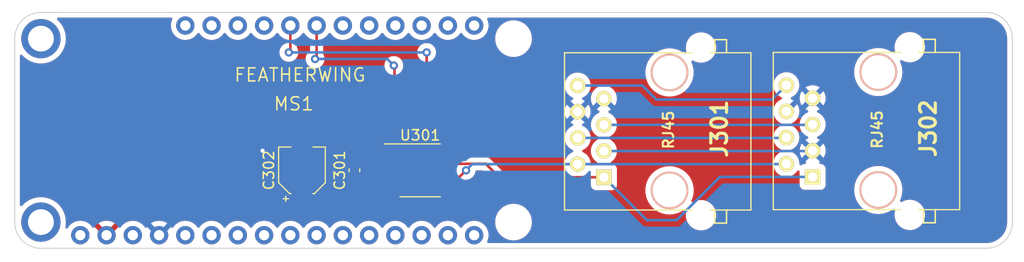
<source format=kicad_pcb>
(kicad_pcb (version 20211014) (generator pcbnew)
  (layers (0 "F.Cu" signal) (31 "B.Cu" signal) (34 "B.Paste" user) (35 "F.Paste" user) (36 "B.SilkS" user "B.Silkscreen") (37 "F.SilkS" user "F.Silkscreen") (38 "B.Mask" user) (39 "F.Mask" user) (44 "Edge.Cuts" user))
  (net 0 "")
  (net 1 "/N$25")
  (net 2 "/N$24")
  (net 3 "+3V3")
  (net 4 "GND")
  (net 5 "/N$21")
  (net 6 "/N$20")
  (net 7 "/N$23")
  (net 8 "/N$22")
  (net 9 "/N$3")
  (net 10 "/USB")
  (net 11 "/N$1")
  (net 12 "/VBAT")
  (net 13 "/N$18")
  (net 14 "/AREF")
  (net 15 "/N$15")
  (net 16 "/N$14")
  (net 17 "/N$13")
  (net 18 "/N$12")
  (net 19 "/N$11")
  (net 20 "/N$10")
  (net 21 "/N$9")
  (net 22 "/N$8")
  (net 23 "/N$7")
  (net 24 "/N$6")
  (net 25 "/N$4")
  (net 26 "/N$2")
  (net 27 "Net-(J301-Pad5)")
  (net 28 "Net-(J301-Pad4)")
  (net 29 "/CANL")
  (net 30 "/CANH")
  (net 31 "/CAN_TX")
  (net 32 "/CAN_RX")
  (net 35 "Net-(J301-Pad8)")
  (footprint "RJ45:RJ45_8N-S" (layer "F.Cu") (at 206.883 80.01 90)
    (fp_text reference "J302" (at 0.254 4.826 90) (layer "F.SilkS") (effects (font (size 1.524 1.524) (thickness 0.3048))))
    (fp_text value "RJ45" (at 0.14224 -0.1016 90) (layer "F.SilkS") (effects (font (size 1.00076 1.00076) (thickness 0.2032))))
    (fp_line (start 7.62 7.874) (end 7.62 -10.16) (layer "F.SilkS") (width 0.127))
    (fp_line (start 8.89 4.3688) (end 7.62 4.3688) (layer "F.SilkS") (width 0.15))
    (fp_line (start 8.89 5.5118) (end 8.89 4.3688) (layer "F.SilkS") (width 0.15))
    (fp_line (start -7.62 7.874) (end 7.62 7.874) (layer "F.SilkS") (width 0.127))
    (fp_line (start -7.62 5.5118) (end -8.89 5.5118) (layer "F.SilkS") (width 0.15))
    (fp_line (start 7.62 5.5118) (end 8.89 5.5118) (layer "F.SilkS") (width 0.15))
    (fp_line (start -8.89 5.5118) (end -8.89 4.3688) (layer "F.SilkS") (width 0.15))
    (fp_line (start -7.62 -10.16) (end -7.62 7.874) (layer "F.SilkS") (width 0.127))
    (fp_line (start -8.89 4.3688) (end -7.62 4.3688) (layer "F.SilkS") (width 0.15))
    (fp_line (start 7.62 -10.16) (end -7.62 -10.16) (layer "F.SilkS") (width 0.127))
    (pad "" np_thru_hole circle (at -8.128 3.048 90) (size 1.9304 1.9304) (drill 1.9304) (layers F&B.Cu *.Mask))
    (pad "" np_thru_hole circle (at 5.715 0 90) (size 3.64998 3.64998) (drill 3.2512) (layers *.Cu *.SilkS *.Mask))
    (pad "" np_thru_hole circle (at -5.715 0 90) (size 3.64998 3.64998) (drill 3.2512) (layers *.Cu *.SilkS *.Mask))
    (pad "" np_thru_hole circle (at 8.128 3.048 90) (size 1.9304 1.9304) (drill 1.9304) (layers F&B.Cu *.Mask))
    (pad "1" thru_hole rect (at -4.445 -6.35 90) (size 1.50114 1.50114) (drill 0.89916) (layers *.Cu *.Mask "F.SilkS") (net 30 "/CANH"))
    (pad "2" thru_hole circle (at -3.175 -8.89 90) (size 1.50114 1.50114) (drill 0.89916) (layers *.Cu *.Mask "F.SilkS") (net 29 "/CANL"))
    (pad "3" thru_hole circle (at -1.905 -6.35 90) (size 1.50114 1.50114) (drill 0.89916) (layers *.Cu *.Mask "F.SilkS") (net 4 "GND"))
    (pad "4" thru_hole circle (at -0.635 -8.89 90) (size 1.50114 1.50114) (drill 0.89916) (layers *.Cu *.Mask "F.SilkS") (net 28 "Net-(J301-Pad4)"))
    (pad "5" thru_hole circle (at 0.635 -6.35 90) (size 1.50114 1.50114) (drill 0.89916) (layers *.Cu *.Mask "F.SilkS") (net 27 "Net-(J301-Pad5)"))
    (pad "6" thru_hole circle (at 1.905 -8.89 90) (size 1.50114 1.50114) (drill 0.89916) (layers *.Cu *.Mask "F.SilkS") (net 4 "GND"))
    (pad "7" thru_hole circle (at 3.175 -6.35 90) (size 1.50114 1.50114) (drill 0.89916) (layers *.Cu *.Mask "F.SilkS") (net 4 "GND"))
    (pad "8" thru_hole circle (at 4.445 -8.89 90) (size 1.50114 1.50114) (drill 0.89916) (layers *.Cu *.Mask "F.SilkS") (net 35 "Net-(J301-Pad8)"))
  )
  (footprint "Capacitor_SMD:CP_Elec_4x5.7" (layer "F.Cu") (at 151.13 83.82 90)
    (fp_text reference "C302" (at 0 -3.2 90) (layer "F.SilkS"))
    (fp_text value "15 uf 15V")
    (fp_line (start -1.195563 2.26) (end 2.26 2.26) (layer "F.SilkS") (width 0.12))
    (fp_line (start -2.26 1.195563) (end -2.26 1.06) (layer "F.SilkS") (width 0.12))
    (fp_line (start -2.26 -1.195563) (end -2.26 -1.06) (layer "F.SilkS") (width 0.12))
    (fp_line (start 2.26 -2.26) (end 2.26 -1.06) (layer "F.SilkS") (width 0.12))
    (fp_line (start -3 -1.56) (end -2.5 -1.56) (layer "F.SilkS") (width 0.12))
    (fp_line (start -1.195563 -2.26) (end 2.26 -2.26) (layer "F.SilkS") (width 0.12))
    (fp_line (start -2.26 -1.195563) (end -1.195563 -2.26) (layer "F.SilkS") (width 0.12))
    (fp_line (start -2.26 1.195563) (end -1.195563 2.26) (layer "F.SilkS") (width 0.12))
    (fp_line (start -2.75 -1.81) (end -2.75 -1.31) (layer "F.SilkS") (width 0.12))
    (fp_line (start 2.26 2.26) (end 2.26 1.06) (layer "F.SilkS") (width 0.12))
    (pad "1" smd roundrect (at -1.8 0 90) (size 2.6 1.6) (layers "F.Cu" "F.Paste" "F.Mask") (roundrect_rratio 0.15625) (net 3 "+3V3"))
    (pad "2" smd roundrect (at 1.8 0 90) (size 2.6 1.6) (layers "F.Cu" "F.Paste" "F.Mask") (roundrect_rratio 0.15625) (net 4 "GND"))
  )
  (footprint "FeatherWing:FEATHERWING" (layer "F.Cu") (at 123.3384 91.3748)
    (fp_text reference "MS1" (at 27 -14) (layer "F.SilkS") (effects (font (size 1.27 1.27))))
    (fp_text value "FEATHERWING" (at 27.6 -16.8) (layer "F.SilkS") (effects (font (size 1.27 1.27))))
    (fp_line (start 93.98 -22.86) (end 2.54 -22.86) (layer "Edge.Cuts") (width 0.1))
    (fp_line (start 96.52 -2.54) (end 96.52 -20.32) (layer "Edge.Cuts") (width 0.1))
    (fp_line (start 2.54 0) (end 93.98 0) (layer "Edge.Cuts") (width 0.1))
    (fp_line (start 0 -20.32) (end 0 -2.54) (layer "Edge.Cuts") (width 0.1))
    (fp_arc (start 96.52 -2.54) (mid 95.776051 -0.743949) (end 93.98 0) (layer "Edge.Cuts") (width 0.1))
    (fp_arc (start 0 -20.32) (mid 0.743949 -22.116051) (end 2.54 -22.86) (layer "Edge.Cuts") (width 0.1))
    (fp_arc (start 2.54 0) (mid 0.743949 -0.743949) (end 0 -2.54) (layer "Edge.Cuts") (width 0.1))
    (fp_arc (start 93.98 -22.86) (mid 95.776051 -22.116051) (end 96.52 -20.32) (layer "Edge.Cuts") (width 0.1))
    (pad "" np_thru_hole circle (at 48.26 -20.32) (size 2.54 2.54) (drill 2.54) (layers *.Cu *.Mask))
    (pad "" np_thru_hole circle (at 48.26 -2.54) (size 2.54 2.54) (drill 2.54) (layers F&B.Cu))
    (pad "1" thru_hole circle (at 6.35 -1.27) (size 1.778 1.778) (drill 0.99822) (layers *.Cu *.Paste *.Mask) (net 13 "/N$18"))
    (pad "2" thru_hole circle (at 8.89 -1.27) (size 1.778 1.778) (drill 0.99822) (layers *.Cu *.Paste *.Mask) (net 3 "+3V3"))
    (pad "3" thru_hole circle (at 11.43 -1.27) (size 1.778 1.778) (drill 0.99822) (layers *.Cu *.Paste *.Mask) (net 14 "/AREF"))
    (pad "4" thru_hole circle (at 13.97 -1.27) (size 1.778 1.778) (drill 0.99822) (layers *.Cu *.Paste *.Mask) (net 4 "GND"))
    (pad "5" thru_hole circle (at 16.51 -1.27) (size 1.778 1.778) (drill 0.99822) (layers *.Cu *.Paste *.Mask) (net 15 "/N$15"))
    (pad "6" thru_hole circle (at 19.05 -1.27) (size 1.778 1.778) (drill 0.99822) (layers *.Cu *.Paste *.Mask) (net 16 "/N$14"))
    (pad "7" thru_hole circle (at 21.59 -1.27) (size 1.778 1.778) (drill 0.99822) (layers *.Cu *.Paste *.Mask) (net 17 "/N$13"))
    (pad "8" thru_hole circle (at 24.13 -1.27) (size 1.778 1.778) (drill 0.99822) (layers *.Cu *.Paste *.Mask) (net 18 "/N$12"))
    (pad "9" thru_hole circle (at 26.67 -1.27) (size 1.778 1.778) (drill 0.99822) (layers *.Cu *.Paste *.Mask) (net 19 "/N$11"))
    (pad "10" thru_hole circle (at 29.21 -1.27) (size 1.778 1.778) (drill 0.99822) (layers *.Cu *.Paste *.Mask) (net 20 "/N$10"))
    (pad "11" thru_hole circle (at 31.75 -1.27) (size 1.778 1.778) (drill 0.99822) (layers *.Cu *.Paste *.Mask) (net 21 "/N$9"))
    (pad "12" thru_hole circle (at 34.29 -1.27) (size 1.778 1.778) (drill 0.99822) (layers *.Cu *.Paste *.Mask) (net 22 "/N$8"))
    (pad "13" thru_hole circle (at 36.83 -1.27) (size 1.778 1.778) (drill 0.99822) (layers *.Cu *.Paste *.Mask) (net 23 "/N$7"))
    (pad "14" thru_hole circle (at 39.37 -1.27) (size 1.778 1.778) (drill 0.99822) (layers *.Cu *.Paste *.Mask) (net 24 "/N$6"))
    (pad "15" thru_hole circle (at 41.91 -1.27) (size 1.778 1.778) (drill 0.99822) (layers *.Cu *.Paste *.Mask) (net 25 "/N$4"))
    (pad "16" thru_hole circle (at 44.45 -1.27) (size 1.778 1.778) (drill 0.99822) (layers *.Cu *.Paste *.Mask) (net 26 "/N$2"))
    (pad "17" thru_hole circle (at 44.45 -21.59) (size 1.778 1.778) (drill 0.99822) (layers *.Cu *.Paste *.Mask) (net 1 "/N$25"))
    (pad "18" thru_hole circle (at 41.91 -21.59) (size 1.778 1.778) (drill 0.99822) (layers *.Cu *.Paste *.Mask) (net 2 "/N$24"))
    (pad "19" thru_hole circle (at 39.37 -21.59) (size 1.778 1.778) (drill 0.99822) (layers *.Cu *.Paste *.Mask) (net 7 "/N$23"))
    (pad "20" thru_hole circle (at 36.83 -21.59) (size 1.778 1.778) (drill 0.99822) (layers *.Cu *.Paste *.Mask) (net 8 "/N$22"))
    (pad "21" thru_hole circle (at 34.29 -21.59) (size 1.778 1.778) (drill 0.99822) (layers *.Cu *.Paste *.Mask) (net 5 "/N$21"))
    (pad "22" thru_hole circle (at 31.75 -21.59) (size 1.778 1.778) (drill 0.99822) (layers *.Cu *.Paste *.Mask) (net 6 "/N$20"))
    (pad "23" thru_hole circle (at 29.21 -21.59) (size 1.778 1.778) (drill 0.99822) (layers *.Cu *.Paste *.Mask) (net 31 "/CAN_TX"))
    (pad "24" thru_hole circle (at 26.67 -21.59) (size 1.778 1.778) (drill 0.99822) (layers *.Cu *.Paste *.Mask) (net 32 "/CAN_RX"))
    (pad "25" thru_hole circle (at 24.13 -21.59) (size 1.778 1.778) (drill 0.99822) (layers *.Cu *.Paste *.Mask) (net 9 "/N$3"))
    (pad "26" thru_hole circle (at 21.59 -21.59) (size 1.778 1.778) (drill 0.99822) (layers *.Cu *.Paste *.Mask) (net 10 "/USB"))
    (pad "27" thru_hole circle (at 19.05 -21.59) (size 1.778 1.778) (drill 0.99822) (layers *.Cu *.Paste *.Mask) (net 11 "/N$1"))
    (pad "28" thru_hole circle (at 16.51 -21.59) (size 1.778 1.778) (drill 0.99822) (layers *.Cu *.Paste *.Mask) (net 12 "/VBAT"))
    (pad "P$1" thru_hole circle (at 2.54 -20.32) (size 3.81 3.81) (drill 2.49936) (layers *.Cu *.Paste *.Mask))
    (pad "P$2" thru_hole circle (at 2.54 -2.54) (size 3.81 3.81) (drill 2.49936) (layers *.Cu *.Paste *.Mask))
  )
  (footprint "Capacitor_SMD:C_0603_1608Metric" (layer "F.Cu") (at 156.21 83.82 90)
    (fp_text reference "C301" (at 0 -1.43 90) (layer "F.SilkS"))
    (fp_text value ".1 uf")
    (fp_line (start -0.14058 -0.51) (end 0.14058 -0.51) (layer "F.SilkS") (width 0.12))
    (fp_line (start -0.14058 0.51) (end 0.14058 0.51) (layer "F.SilkS") (width 0.12))
    (pad "1" smd roundrect (at -0.775 0 90) (size 0.9 0.95) (layers "F.Cu" "F.Paste" "F.Mask") (net 3 "+3V3"))
    (pad "2" smd roundrect (at 0.775 0 90) (size 0.9 0.95) (layers "F.Cu" "F.Paste" "F.Mask") (net 4 "GND"))
  )
  (footprint "RJ45:RJ45_8N-S" (layer "F.Cu") (at 186.69 80.0448 90)
    (fp_text reference "J301" (at 0.254 4.826 90) (layer "F.SilkS") (effects (font (size 1.524 1.524) (thickness 0.3048))))
    (fp_text value "RJ45" (at 0.14224 -0.1016 90) (layer "F.SilkS") (effects (font (size 1.00076 1.00076) (thickness 0.2032))))
    (fp_line (start -7.62 5.5118) (end -8.89 5.5118) (layer "F.SilkS") (width 0.15))
    (fp_line (start -7.62 7.874) (end 7.62 7.874) (layer "F.SilkS") (width 0.127))
    (fp_line (start 8.89 4.3688) (end 7.62 4.3688) (layer "F.SilkS") (width 0.15))
    (fp_line (start 7.62 5.5118) (end 8.89 5.5118) (layer "F.SilkS") (width 0.15))
    (fp_line (start 7.62 7.874) (end 7.62 -10.16) (layer "F.SilkS") (width 0.127))
    (fp_line (start -7.62 -10.16) (end -7.62 7.874) (layer "F.SilkS") (width 0.127))
    (fp_line (start -8.89 5.5118) (end -8.89 4.3688) (layer "F.SilkS") (width 0.15))
    (fp_line (start 7.62 -10.16) (end -7.62 -10.16) (layer "F.SilkS") (width 0.127))
    (fp_line (start -8.89 4.3688) (end -7.62 4.3688) (layer "F.SilkS") (width 0.15))
    (fp_line (start 8.89 5.5118) (end 8.89 4.3688) (layer "F.SilkS") (width 0.15))
    (pad "" np_thru_hole circle (at -5.715 0 90) (size 3.64998 3.64998) (drill 3.2512) (layers *.Cu *.SilkS *.Mask))
    (pad "" np_thru_hole circle (at -8.128 3.048 90) (size 1.9304 1.9304) (drill 1.9304) (layers F&B.Cu *.Mask))
    (pad "" np_thru_hole circle (at 5.715 0 90) (size 3.64998 3.64998) (drill 3.2512) (layers *.Cu *.SilkS *.Mask))
    (pad "" np_thru_hole circle (at 8.128 3.048 90) (size 1.9304 1.9304) (drill 1.9304) (layers F&B.Cu *.Mask))
    (pad "1" thru_hole rect (at -4.445 -6.35 90) (size 1.50114 1.50114) (drill 0.89916) (layers *.Cu *.Mask "F.SilkS") (net 30 "/CANH"))
    (pad "2" thru_hole circle (at -3.175 -8.89 90) (size 1.50114 1.50114) (drill 0.89916) (layers *.Cu *.Mask "F.SilkS") (net 29 "/CANL"))
    (pad "3" thru_hole circle (at -1.905 -6.35 90) (size 1.50114 1.50114) (drill 0.89916) (layers *.Cu *.Mask "F.SilkS") (net 4 "GND"))
    (pad "4" thru_hole circle (at -0.635 -8.89 90) (size 1.50114 1.50114) (drill 0.89916) (layers *.Cu *.Mask "F.SilkS") (net 28 "Net-(J301-Pad4)"))
    (pad "5" thru_hole circle (at 0.635 -6.35 90) (size 1.50114 1.50114) (drill 0.89916) (layers *.Cu *.Mask "F.SilkS") (net 27 "Net-(J301-Pad5)"))
    (pad "6" thru_hole circle (at 1.905 -8.89 90) (size 1.50114 1.50114) (drill 0.89916) (layers *.Cu *.Mask "F.SilkS") (net 4 "GND"))
    (pad "7" thru_hole circle (at 3.175 -6.35 90) (size 1.50114 1.50114) (drill 0.89916) (layers *.Cu *.Mask "F.SilkS") (net 4 "GND"))
    (pad "8" thru_hole circle (at 4.445 -8.89 90) (size 1.50114 1.50114) (drill 0.89916) (layers *.Cu *.Mask "F.SilkS") (net 35 "Net-(J301-Pad8)"))
  )
  (footprint "Package_SO:SOIC-8_3.9x4.9mm_P1.27mm" (layer "F.Cu") (at 162.56 83.82)
    (fp_text reference "U301" (at 0 -3.4) (layer "F.SilkS"))
    (fp_text value "TCAN332DR")
    (fp_line (start 0 2.56) (end 1.95 2.56) (layer "F.SilkS") (width 0.12))
    (fp_line (start 0 2.56) (end -1.95 2.56) (layer "F.SilkS") (width 0.12))
    (fp_line (start 0 -2.56) (end 1.95 -2.56) (layer "F.SilkS") (width 0.12))
    (fp_line (start 0 -2.56) (end -3.45 -2.56) (layer "F.SilkS") (width 0.12))
    (pad "1" smd roundrect (at -2.475 -1.905) (size 1.95 0.6) (layers "F.Cu" "F.Paste" "F.Mask") (net 31 "/CAN_TX"))
    (pad "2" smd roundrect (at -2.475 -0.635) (size 1.95 0.6) (layers "F.Cu" "F.Paste" "F.Mask") (net 4 "GND"))
    (pad "3" smd roundrect (at -2.475 0.635) (size 1.95 0.6) (layers "F.Cu" "F.Paste" "F.Mask") (net 3 "+3V3"))
    (pad "4" smd roundrect (at -2.475 1.905) (size 1.95 0.6) (layers "F.Cu" "F.Paste" "F.Mask") (net 32 "/CAN_RX"))
    (pad "5" smd roundrect (at 2.475 1.905) (size 1.95 0.6) (layers "F.Cu" "F.Paste" "F.Mask"))
    (pad "6" smd roundrect (at 2.475 0.635) (size 1.95 0.6) (layers "F.Cu" "F.Paste" "F.Mask") (net 29 "/CANL"))
    (pad "7" smd roundrect (at 2.475 -0.635) (size 1.95 0.6) (layers "F.Cu" "F.Paste" "F.Mask") (net 30 "/CANH"))
    (pad "8" smd roundrect (at 2.475 -1.905) (size 1.95 0.6) (layers "F.Cu" "F.Paste" "F.Mask"))
  )
  (segment (start 151.13 85.62) (end 155.185 85.62) (width 0.25) (layer "F.Cu") (net 3))
  (segment (start 159.945 84.595) (end 160.085 84.455) (width 0.25) (layer "F.Cu") (net 3))
  (segment (start 156.21 84.595) (end 159.945 84.595) (width 0.25) (layer "F.Cu") (net 3))
  (segment (start 155.185 85.62) (end 156.21 84.595) (width 0.25) (layer "F.Cu") (net 3))
  (segment (start 156.35 83.185) (end 156.21 83.045) (width 0.25) (layer "F.Cu") (net 4))
  (segment (start 160.085 83.185) (end 156.35 83.185) (width 0.25) (layer "F.Cu") (net 4))
  (segment (start 156.21 83.045) (end 155.185 82.02) (width 0.25) (layer "F.Cu") (net 4))
  (segment (start 151.13 82.02) (end 147.425 82.02) (width 0.25) (layer "F.Cu") (net 4))
  (segment (start 147.425 82.02) (end 147.32 81.915) (width 0.25) (layer "F.Cu") (net 4))
  (segment (start 155.185 82.02) (end 151.13 82.02) (width 0.25) (layer "F.Cu") (net 4))
  (via (at 147.32 81.915) (size 0.6) (drill 0.4) (layers "F.Cu" "B.Cu") (net 4))
  (segment (start 200.4982 81.9498) (end 200.533 81.915) (width 0.25) (layer "B.Cu") (net 4))
  (segment (start 180.34 81.9498) (end 200.4982 81.9498) (width 0.25) (layer "B.Cu") (net 4))
  (segment (start 200.4982 79.4098) (end 200.533 79.375) (width 0.25) (layer "B.Cu") (net 27))
  (segment (start 180.34 79.4098) (end 200.4982 79.4098) (width 0.25) (layer "B.Cu") (net 27))
  (segment (start 177.8 80.6798) (end 197.9582 80.6798) (width 0.25) (layer "B.Cu") (net 28))
  (segment (start 197.9582 80.6798) (end 197.993 80.645) (width 0.25) (layer "B.Cu") (net 28))
  (segment (start 166.37 84.455) (end 165.035 84.455) (width 0.25) (layer "F.Cu") (net 29))
  (segment (start 167.005 83.82) (end 166.37 84.455) (width 0.25) (layer "F.Cu") (net 29))
  (via (at 167.005 83.82) (size 0.8) (drill 0.4) (layers "F.Cu" "B.Cu") (net 29))
  (segment (start 167.6052 83.2198) (end 170.7802 83.2198) (width 0.25) (layer "B.Cu") (net 29))
  (segment (start 167.005 83.82) (end 167.6052 83.2198) (width 0.25) (layer "B.Cu") (net 29))
  (segment (start 177.8 83.2198) (end 197.9582 83.2198) (width 0.25) (layer "B.Cu") (net 29))
  (segment (start 197.9582 83.2198) (end 197.993 83.185) (width 0.25) (layer "B.Cu") (net 29))
  (segment (start 170.7802 83.2198) (end 177.8 83.2198) (width 0.25) (layer "B.Cu") (net 29))
  (segment (start 180.34 84.4898) (end 170.2148 84.4898) (width 0.25) (layer "F.Cu") (net 30))
  (segment (start 170.2148 84.4898) (end 168.91 83.185) (width 0.25) (layer "F.Cu") (net 30))
  (segment (start 168.91 83.185) (end 165.035 83.185) (width 0.25) (layer "F.Cu") (net 30))
  (segment (start 184.4962 88.646) (end 187.369469 88.646) (width 0.25) (layer "B.Cu") (net 30))
  (segment (start 191.560469 84.455) (end 200.533 84.455) (width 0.25) (layer "B.Cu") (net 30))
  (segment (start 187.369469 88.646) (end 191.560469 84.455) (width 0.25) (layer "B.Cu") (net 30))
  (segment (start 180.34 84.4898) (end 184.4962 88.646) (width 0.25) (layer "B.Cu") (net 30))
  (segment (start 160.085 73.725) (end 160.085 81.915) (width 0.25) (layer "F.Cu") (net 31))
  (segment (start 160.02 73.66) (end 160.085 73.725) (width 0.25) (layer "F.Cu") (net 31))
  (segment (start 152.5484 72.8766) (end 152.5484 69.7848) (width 0.25) (layer "F.Cu") (net 31))
  (segment (start 152.4 73.025) (end 152.5484 72.8766) (width 0.25) (layer "F.Cu") (net 31))
  (via (at 160.02 73.66) (size 0.8) (drill 0.4) (layers "F.Cu" "B.Cu") (net 31))
  (via (at 152.4 73.025) (size 0.8) (drill 0.4) (layers "F.Cu" "B.Cu") (net 31))
  (segment (start 159.385 73.025) (end 152.4 73.025) (width 0.25) (layer "B.Cu") (net 31))
  (segment (start 160.02 73.66) (end 159.385 73.025) (width 0.25) (layer "B.Cu") (net 31))
  (segment (start 150.0084 72.2416) (end 150.0084 69.7848) (width 0.25) (layer "F.Cu") (net 32))
  (segment (start 163.195 72.39) (end 163.195 85.09) (width 0.25) (layer "F.Cu") (net 32))
  (segment (start 162.56 85.725) (end 160.085 85.725) (width 0.25) (layer "F.Cu") (net 32))
  (segment (start 163.195 85.09) (end 162.56 85.725) (width 0.25) (layer "F.Cu") (net 32))
  (segment (start 149.86 72.39) (end 150.0084 72.2416) (width 0.25) (layer "F.Cu") (net 32))
  (via (at 163.195 72.39) (size 0.8) (drill 0.4) (layers "F.Cu" "B.Cu") (net 32))
  (via (at 149.86 72.39) (size 0.8) (drill 0.4) (layers "F.Cu" "B.Cu") (net 32))
  (segment (start 149.86 72.39) (end 163.195 72.39) (width 0.25) (layer "B.Cu") (net 32))
  (segment (start 177.8 75.5998) (end 184.0578 75.5998) (width 0.25) (layer "B.Cu") (net 35))
  (segment (start 196.596 76.962) (end 197.993 75.565) (width 0.25) (layer "B.Cu") (net 35))
  (segment (start 185.42 76.962) (end 196.596 76.962) (width 0.25) (layer "B.Cu") (net 35))
  (segment (start 184.0578 75.5998) (end 185.42 76.962) (width 0.25) (layer "B.Cu") (net 35))
  (zone (net 3) (net_name "+3V3") (layer "F.Cu") (connect_pads (clearance 0.508)) (min_thickness 0.254) (fill yes (thermal_gap 0.508) (thermal_bridge_width 0.508))
    (polygon (pts (xy 220.98 92.71) (xy 121.92 92.71) (xy 121.92 67.31) (xy 220.98 67.31)))
  )
  (zone (net 4) (net_name "GND") (layer "B.Cu") (connect_pads (clearance 0.508)) (min_thickness 0.254) (fill yes (thermal_gap 0.508) (thermal_bridge_width 0.508))
    (polygon (pts (xy 220.98 92.71) (xy 121.92 92.71) (xy 121.92 67.31) (xy 220.98 67.31)))
  )
)
</source>
